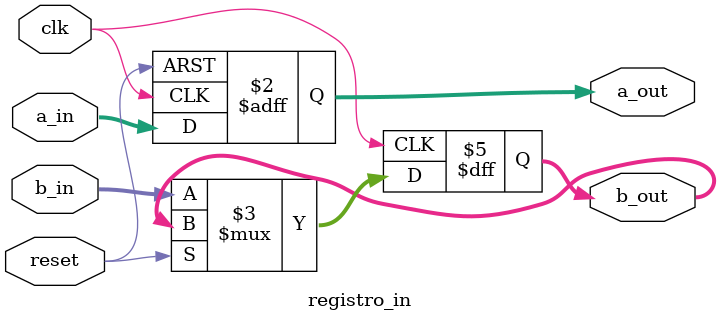
<source format=sv>
module registro_in #(parameter N = 2) (input logic clk,
												input logic reset,
												input logic [N-1:0] a_in, b_in,
												output logic [N-1:0] a_out, b_out);
	
	// reset asincronico
	always_ff @(posedge clk, posedge reset)
		if (reset) begin
			a_out <= 0;
			a_out <= 0;
		end
		else begin
			a_out <= a_in;
			b_out <= b_in;
		end
		
endmodule
</source>
